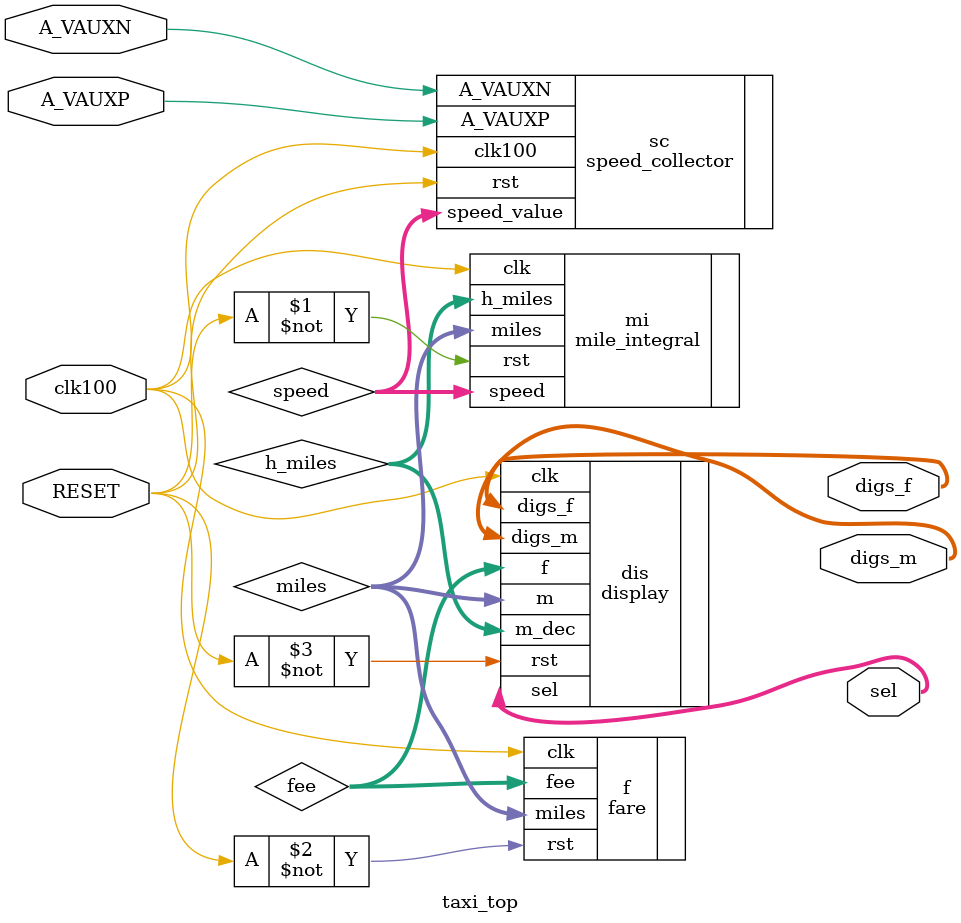
<source format=v>
`timescale 1ns / 1ps


module taxi_top(
input clk100,RESET,
//input stop
output [7:0] sel,
output [7:0] digs_m,
output [7:0] digs_f,
input A_VAUXP,A_VAUXN
    );
    
    // from 0-999
    wire [9:0] speed;
    
    // collect the speed from the adc module
    speed_collector sc(
    // input
    .clk100(clk100),
    .rst(RESET),
    .A_VAUXP(A_VAUXP),
    .A_VAUXN(A_VAUXN),
    // output
    .speed_value(speed)
    );
    
    // from 0 - 999
    wire [9:0] miles;
    wire [3:0] h_miles;   
    // calculate the miles
    mile_integral mi(
    // input
    .clk(clk100),
    .rst(~RESET),
    .speed(speed),
    // output
    .miles(miles),
    .h_miles(h_miles)
    );
    
    
    wire [9:0] fee;
    // calculate the fee
    fare f(
    // input 
    .clk(clk100),
    .rst(~RESET),
    .miles(miles),
    // output
    .fee(fee)
    );
    
    // display the numbers
    //wire [7:0] sel;
    //wire [7:0] digs_m, digs_f;
    
    
    display dis(
    .clk(clk100),
    .rst(~RESET),
    .m(miles),
    .m_dec(h_miles),
    .f(fee),
    .sel(sel),
    .digs_m(digs_m),
    .digs_f(digs_f)
    );
    
    
endmodule

</source>
